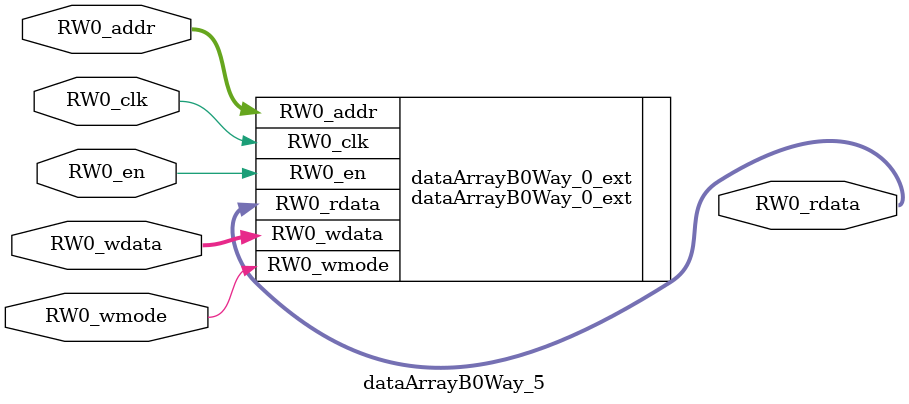
<source format=sv>
`ifndef RANDOMIZE
  `ifdef RANDOMIZE_REG_INIT
    `define RANDOMIZE
  `endif // RANDOMIZE_REG_INIT
`endif // not def RANDOMIZE
`ifndef RANDOMIZE
  `ifdef RANDOMIZE_MEM_INIT
    `define RANDOMIZE
  `endif // RANDOMIZE_MEM_INIT
`endif // not def RANDOMIZE

`ifndef RANDOM
  `define RANDOM $random
`endif // not def RANDOM

// Users can define 'PRINTF_COND' to add an extra gate to prints.
`ifndef PRINTF_COND_
  `ifdef PRINTF_COND
    `define PRINTF_COND_ (`PRINTF_COND)
  `else  // PRINTF_COND
    `define PRINTF_COND_ 1
  `endif // PRINTF_COND
`endif // not def PRINTF_COND_

// Users can define 'ASSERT_VERBOSE_COND' to add an extra gate to assert error printing.
`ifndef ASSERT_VERBOSE_COND_
  `ifdef ASSERT_VERBOSE_COND
    `define ASSERT_VERBOSE_COND_ (`ASSERT_VERBOSE_COND)
  `else  // ASSERT_VERBOSE_COND
    `define ASSERT_VERBOSE_COND_ 1
  `endif // ASSERT_VERBOSE_COND
`endif // not def ASSERT_VERBOSE_COND_

// Users can define 'STOP_COND' to add an extra gate to stop conditions.
`ifndef STOP_COND_
  `ifdef STOP_COND
    `define STOP_COND_ (`STOP_COND)
  `else  // STOP_COND
    `define STOP_COND_ 1
  `endif // STOP_COND
`endif // not def STOP_COND_

// Users can define INIT_RANDOM as general code that gets injected into the
// initializer block for modules with registers.
`ifndef INIT_RANDOM
  `define INIT_RANDOM
`endif // not def INIT_RANDOM

// If using random initialization, you can also define RANDOMIZE_DELAY to
// customize the delay used, otherwise 0.002 is used.
`ifndef RANDOMIZE_DELAY
  `define RANDOMIZE_DELAY 0.002
`endif // not def RANDOMIZE_DELAY

// Define INIT_RANDOM_PROLOG_ for use in our modules below.
`ifndef INIT_RANDOM_PROLOG_
  `ifdef RANDOMIZE
    `ifdef VERILATOR
      `define INIT_RANDOM_PROLOG_ `INIT_RANDOM
    `else  // VERILATOR
      `define INIT_RANDOM_PROLOG_ `INIT_RANDOM #`RANDOMIZE_DELAY begin end
    `endif // VERILATOR
  `else  // RANDOMIZE
    `define INIT_RANDOM_PROLOG_
  `endif // RANDOMIZE
`endif // not def INIT_RANDOM_PROLOG_

module dataArrayB0Way_5(	// @[DescribedSRAM.scala:17:26]
  input  [7:0]  RW0_addr,
  input         RW0_en,
                RW0_clk,
                RW0_wmode,
  input  [63:0] RW0_wdata,
  output [63:0] RW0_rdata
);

  dataArrayB0Way_0_ext dataArrayB0Way_0_ext (	// @[DescribedSRAM.scala:17:26]
    .RW0_addr  (RW0_addr),
    .RW0_en    (RW0_en),
    .RW0_clk   (RW0_clk),
    .RW0_wmode (RW0_wmode),
    .RW0_wdata (RW0_wdata),
    .RW0_rdata (RW0_rdata)
  );
endmodule


</source>
